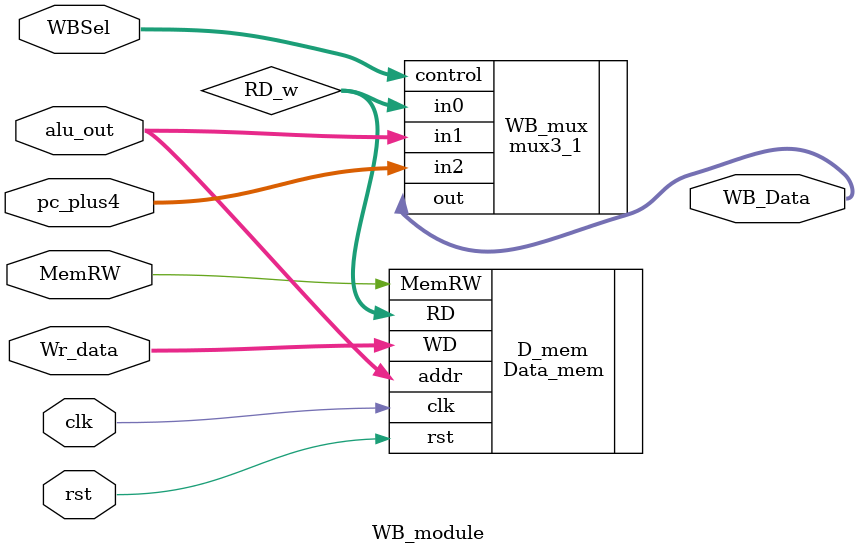
<source format=v>
`timescale 1ns / 1ps


module WB_module(clk,rst,MemRW,WBSel,
                alu_out,Wr_data,pc_plus4,
                WB_Data);
input clk,rst;
input MemRW;
input [1:0] WBSel;
input [31:0] Wr_data;
input [31:0] pc_plus4;
input [31:0] alu_out;

output [31:0] WB_Data;

wire [31:0] RD_w;
Data_mem D_mem(.clk(clk),.rst(rst),.addr(alu_out),.WD(Wr_data),.RD(RD_w),.MemRW(MemRW));
mux3_1 WB_mux(.in0(RD_w),.in1(alu_out),.in2(pc_plus4),.control(WBSel),.out(WB_Data));

endmodule

</source>
